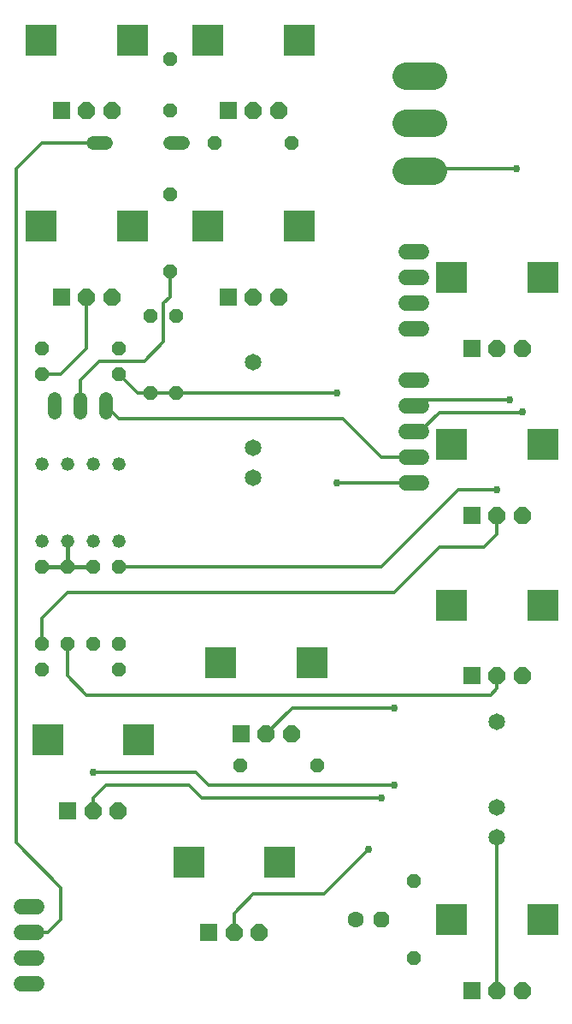
<source format=gbr>
G04 EAGLE Gerber RS-274X export*
G75*
%MOMM*%
%FSLAX34Y34*%
%LPD*%
%INBottom Copper*%
%IPPOS*%
%AMOC8*
5,1,8,0,0,1.08239X$1,22.5*%
G01*
%ADD10R,1.676400X1.676400*%
%ADD11P,1.814519X8X292.500000*%
%ADD12R,3.116000X3.116000*%
%ADD13P,1.732040X8X22.500000*%
%ADD14C,1.600200*%
%ADD15P,1.429621X8X202.500000*%
%ADD16C,1.650000*%
%ADD17C,1.320800*%
%ADD18P,1.429621X8X292.500000*%
%ADD19P,1.429621X8X112.500000*%
%ADD20C,2.705100*%
%ADD21C,1.320800*%
%ADD22C,1.524000*%
%ADD23C,0.304800*%
%ADD24C,0.756400*%
%ADD25C,0.406400*%


D10*
X203600Y76050D03*
D11*
X228600Y76050D03*
X253600Y76050D03*
D12*
X273600Y146050D03*
X183600Y146050D03*
D13*
X374650Y88900D03*
D14*
X349250Y88900D03*
D15*
X114300Y654050D03*
X38100Y654050D03*
D16*
X247650Y640550D03*
X247650Y555550D03*
X247650Y525550D03*
D17*
X178054Y857250D02*
X164846Y857250D01*
X101854Y857250D02*
X88646Y857250D01*
D18*
X165100Y939800D03*
X165100Y889000D03*
D15*
X285750Y857250D03*
X209550Y857250D03*
D10*
X222650Y888850D03*
D11*
X247650Y888850D03*
X272650Y888850D03*
D12*
X292650Y958850D03*
X202650Y958850D03*
D19*
X165100Y730250D03*
X165100Y806450D03*
D17*
X50800Y603504D02*
X50800Y590296D01*
X101600Y590296D02*
X101600Y603504D01*
X76200Y603504D02*
X76200Y590296D01*
D10*
X57550Y888850D03*
D11*
X82550Y888850D03*
X107550Y888850D03*
D12*
X127550Y958850D03*
X37550Y958850D03*
D10*
X63900Y196700D03*
D11*
X88900Y196700D03*
X113900Y196700D03*
D12*
X133900Y266700D03*
X43900Y266700D03*
D10*
X235350Y272900D03*
D11*
X260350Y272900D03*
X285350Y272900D03*
D12*
X305350Y342900D03*
X215350Y342900D03*
D15*
X114300Y336550D03*
X38100Y336550D03*
X311150Y241300D03*
X234950Y241300D03*
D10*
X57550Y704700D03*
D11*
X82550Y704700D03*
X107550Y704700D03*
D12*
X127550Y774700D03*
X37550Y774700D03*
D15*
X114300Y628650D03*
X38100Y628650D03*
D10*
X222650Y704700D03*
D11*
X247650Y704700D03*
X272650Y704700D03*
D12*
X292650Y774700D03*
X202650Y774700D03*
D20*
X399225Y829310D02*
X426276Y829310D01*
X426276Y876300D02*
X399225Y876300D01*
X399225Y923290D02*
X426276Y923290D01*
D10*
X463950Y330050D03*
D11*
X488950Y330050D03*
X513950Y330050D03*
D12*
X533950Y400050D03*
X443950Y400050D03*
D10*
X463950Y488800D03*
D11*
X488950Y488800D03*
X513950Y488800D03*
D12*
X533950Y558800D03*
X443950Y558800D03*
D10*
X463950Y653900D03*
D11*
X488950Y653900D03*
X513950Y653900D03*
D12*
X533950Y723900D03*
X443950Y723900D03*
D19*
X114300Y361950D03*
X114300Y438150D03*
D18*
X38100Y438150D03*
X38100Y361950D03*
X63500Y438150D03*
X63500Y361950D03*
D19*
X88900Y361950D03*
X88900Y438150D03*
D10*
X463950Y18900D03*
D11*
X488950Y18900D03*
X513950Y18900D03*
D12*
X533950Y88900D03*
X443950Y88900D03*
D18*
X406400Y127000D03*
X406400Y50800D03*
D16*
X488950Y284950D03*
X488950Y199950D03*
X488950Y169950D03*
D21*
X38100Y463550D03*
X63500Y463550D03*
X63500Y539750D03*
X38100Y539750D03*
X88900Y463550D03*
X114300Y463550D03*
X88900Y539750D03*
X114300Y539750D03*
D22*
X398780Y673100D02*
X414020Y673100D01*
X414020Y698500D02*
X398780Y698500D01*
X398780Y723900D02*
X414020Y723900D01*
X414020Y749300D02*
X398780Y749300D01*
X33020Y25400D02*
X17780Y25400D01*
X17780Y50800D02*
X33020Y50800D01*
X33020Y76200D02*
X17780Y76200D01*
X17780Y101600D02*
X33020Y101600D01*
D19*
X146050Y609600D03*
X146050Y685800D03*
D18*
X171450Y685800D03*
X171450Y609600D03*
D22*
X398780Y622300D02*
X414020Y622300D01*
X414020Y596900D02*
X398780Y596900D01*
X398780Y571500D02*
X414020Y571500D01*
X414020Y546100D02*
X398780Y546100D01*
X398780Y520700D02*
X414020Y520700D01*
D23*
X76200Y596900D02*
X76200Y622300D01*
X95250Y641350D01*
X139700Y641350D01*
X158750Y660400D01*
X158750Y698500D01*
X165100Y704850D01*
X165100Y730250D01*
X101600Y596900D02*
X114300Y584200D01*
X336550Y584200D02*
X374650Y546100D01*
X406400Y546100D01*
X336550Y584200D02*
X114300Y584200D01*
D24*
X361950Y158750D03*
D23*
X317500Y114300D01*
X247650Y114300D01*
X228600Y95250D01*
X228600Y76050D01*
D24*
X374650Y209550D03*
D23*
X196850Y209550D01*
X184150Y222250D01*
X101600Y222250D01*
X88900Y209550D01*
X88900Y196700D01*
D24*
X387350Y298450D03*
D23*
X285900Y298450D01*
X260350Y272900D01*
X82550Y654050D02*
X82550Y704700D01*
X82550Y654050D02*
X57150Y628650D01*
X38100Y628650D01*
X450850Y514350D02*
X488950Y514350D01*
X450850Y514350D02*
X374650Y438150D01*
X114300Y438150D01*
D24*
X488950Y514350D03*
D23*
X38100Y387350D02*
X38100Y361950D01*
X38100Y387350D02*
X63500Y412750D01*
X387350Y412750D01*
X431800Y457200D01*
X476250Y457200D01*
X488950Y469900D01*
X488950Y488800D01*
X488950Y330050D02*
X488950Y317500D01*
X482600Y311150D01*
X82550Y311150D01*
X63500Y330200D01*
X63500Y361950D01*
X412750Y829310D02*
X412797Y829396D01*
X412842Y829484D01*
X412882Y829574D01*
X412920Y829665D01*
X412953Y829758D01*
X412983Y829852D01*
X413010Y829946D01*
X413032Y830042D01*
X413051Y830139D01*
X413067Y830236D01*
X413078Y830334D01*
X413086Y830432D01*
X413090Y830531D01*
X413090Y830629D01*
X413086Y830728D01*
X413078Y830826D01*
X413067Y830924D01*
X413051Y831021D01*
X413032Y831118D01*
X413010Y831214D01*
X412983Y831308D01*
X412953Y831402D01*
X412920Y831495D01*
X412882Y831586D01*
X412842Y831676D01*
X412797Y831764D01*
X412750Y831850D01*
X508000Y831850D01*
X513950Y590950D02*
X514350Y590550D01*
X431800Y590550D01*
X412750Y571500D01*
X406400Y571500D01*
D24*
X513950Y590950D03*
X508000Y831850D03*
D23*
X412750Y603250D02*
X406400Y596900D01*
X412750Y603250D02*
X501650Y603250D01*
D24*
X501650Y603250D03*
D25*
X63500Y463550D02*
X63500Y438150D01*
X88900Y438150D01*
X63500Y438150D02*
X38100Y438150D01*
D24*
X88900Y234950D03*
D23*
X190500Y234950D01*
X203200Y222250D01*
X387350Y222250D01*
D24*
X387350Y222250D03*
D23*
X488950Y169950D02*
X488950Y18900D01*
X44450Y76200D02*
X25400Y76200D01*
X44450Y76200D02*
X57150Y88900D01*
X57150Y120650D01*
X12700Y165100D01*
X12700Y831850D02*
X38100Y857250D01*
X95250Y857250D01*
X12700Y831850D02*
X12700Y165100D01*
X133350Y609600D02*
X114300Y628650D01*
X133350Y609600D02*
X146050Y609600D01*
X171450Y609600D01*
X330200Y609600D01*
D24*
X330200Y609600D03*
X330200Y520700D03*
D23*
X406400Y520700D01*
M02*

</source>
